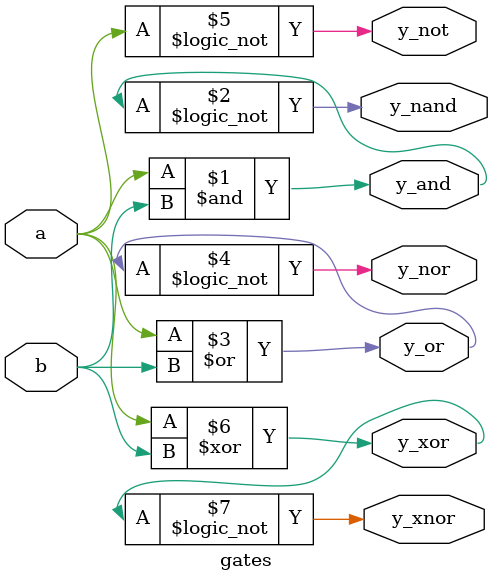
<source format=v>
module gates(a,b,y_and,y_or,y_not,y_nand,y_nor,y_xor,y_xnor);
  input a,b;
  output y_and,y_or,y_not,y_nand,y_nor,y_xnor,y_xor;
  assign y_and=a&b,y_nand=!y_and;
  assign y_or=a | b,y_nor=!y_or;
  assign y_not=!a;
  assign y_xor=a^b,y_xnor=!y_xor;
endmodule

</source>
